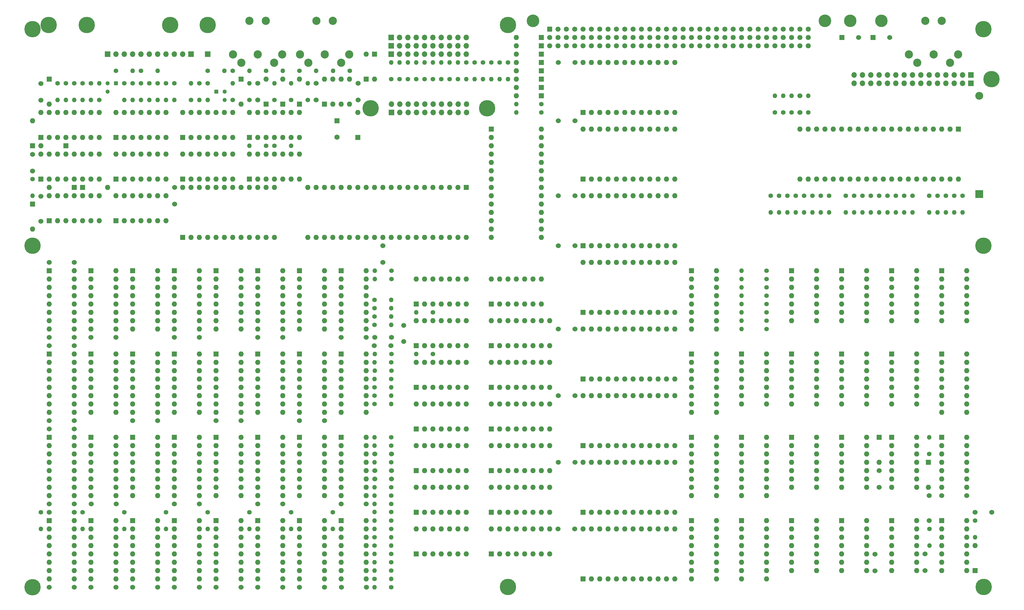
<source format=gbr>
%TF.GenerationSoftware,KiCad,Pcbnew,7.0.6-0*%
%TF.CreationDate,2023-12-21T23:12:14+02:00*%
%TF.ProjectId,main,6d61696e-2e6b-4696-9361-645f70636258,rev?*%
%TF.SameCoordinates,Original*%
%TF.FileFunction,Soldermask,Bot*%
%TF.FilePolarity,Negative*%
%FSLAX46Y46*%
G04 Gerber Fmt 4.6, Leading zero omitted, Abs format (unit mm)*
G04 Created by KiCad (PCBNEW 7.0.6-0) date 2023-12-21 23:12:14*
%MOMM*%
%LPD*%
G01*
G04 APERTURE LIST*
G04 Aperture macros list*
%AMRoundRect*
0 Rectangle with rounded corners*
0 $1 Rounding radius*
0 $2 $3 $4 $5 $6 $7 $8 $9 X,Y pos of 4 corners*
0 Add a 4 corners polygon primitive as box body*
4,1,4,$2,$3,$4,$5,$6,$7,$8,$9,$2,$3,0*
0 Add four circle primitives for the rounded corners*
1,1,$1+$1,$2,$3*
1,1,$1+$1,$4,$5*
1,1,$1+$1,$6,$7*
1,1,$1+$1,$8,$9*
0 Add four rect primitives between the rounded corners*
20,1,$1+$1,$2,$3,$4,$5,0*
20,1,$1+$1,$4,$5,$6,$7,0*
20,1,$1+$1,$6,$7,$8,$9,0*
20,1,$1+$1,$8,$9,$2,$3,0*%
G04 Aperture macros list end*
%ADD10C,1.400000*%
%ADD11O,1.400000X1.400000*%
%ADD12R,1.600000X1.600000*%
%ADD13O,1.600000X1.600000*%
%ADD14C,1.524000*%
%ADD15C,1.600000*%
%ADD16R,1.300000X1.300000*%
%ADD17C,1.300000*%
%ADD18C,2.500000*%
%ADD19R,1.700000X1.700000*%
%ADD20O,1.700000X1.700000*%
%ADD21R,2.400000X2.400000*%
%ADD22O,2.400000X2.400000*%
%ADD23C,5.000000*%
%ADD24C,1.500000*%
%ADD25C,3.850000*%
%ADD26RoundRect,0.249999X-0.525001X-0.525001X0.525001X-0.525001X0.525001X0.525001X-0.525001X0.525001X0*%
%ADD27C,1.550000*%
%ADD28R,1.524000X1.524000*%
%ADD29C,3.800000*%
G04 APERTURE END LIST*
D10*
%TO.C,R12*%
X109778800Y-202565000D03*
D11*
X109778800Y-207645000D03*
%TD*%
D10*
%TO.C,R69*%
X274878800Y-80645000D03*
D11*
X274878800Y-75565000D03*
%TD*%
D10*
%TO.C,R14*%
X84378800Y-202565000D03*
D11*
X84378800Y-207645000D03*
%TD*%
D10*
%TO.C,R17*%
X46278800Y-202565000D03*
D11*
X46278800Y-207645000D03*
%TD*%
D10*
%TO.C,R16*%
X58978800Y-202565000D03*
D11*
X58978800Y-207645000D03*
%TD*%
D10*
%TO.C,R15*%
X71678800Y-202565000D03*
D11*
X71678800Y-207645000D03*
%TD*%
D10*
%TO.C,R11*%
X122478800Y-202565000D03*
D11*
X122478800Y-207645000D03*
%TD*%
D10*
%TO.C,R68*%
X272338800Y-80645000D03*
D11*
X272338800Y-75565000D03*
%TD*%
D10*
%TO.C,R13*%
X97078800Y-202565000D03*
D11*
X97078800Y-207645000D03*
%TD*%
D10*
%TO.C,R67*%
X269798800Y-80645000D03*
D11*
X269798800Y-75565000D03*
%TD*%
D12*
%TO.C,D2*%
X316534800Y-187325000D03*
D13*
X316534800Y-194945000D03*
%TD*%
D14*
%TO.C,C41*%
X277418800Y-80645000D03*
X277418800Y-75565000D03*
%TD*%
D12*
%TO.C,D1*%
X330758800Y-220345000D03*
D13*
X330758800Y-212725000D03*
%TD*%
D12*
%TO.C,D3*%
X301548800Y-179705000D03*
D13*
X301548800Y-187325000D03*
%TD*%
D14*
%TO.C,C16*%
X203838800Y-187325000D03*
X208918800Y-187325000D03*
%TD*%
%TO.C,C22*%
X203838800Y-167005000D03*
X208918800Y-167005000D03*
%TD*%
%TO.C,C31*%
X203838800Y-146685000D03*
X208918800Y-146685000D03*
%TD*%
%TO.C,C38*%
X203838800Y-106045000D03*
X208918800Y-106045000D03*
%TD*%
%TO.C,C40*%
X203838800Y-83185000D03*
X208918800Y-83185000D03*
%TD*%
D12*
%TO.C,D4*%
X48818800Y-70485000D03*
D13*
X48818800Y-78105000D03*
%TD*%
D12*
%TO.C,DBR1*%
X53898800Y-90805000D03*
D13*
X46278800Y-90805000D03*
%TD*%
D12*
%TO.C,DBR5*%
X56438800Y-103505000D03*
D13*
X48818800Y-103505000D03*
%TD*%
D12*
%TO.C,DBR4*%
X43738800Y-108585000D03*
D13*
X43738800Y-116205000D03*
%TD*%
D14*
%TO.C,C23*%
X48818800Y-151765000D03*
X56438800Y-151765000D03*
%TD*%
%TO.C,C7*%
X48818800Y-202577700D03*
X56438800Y-202577700D03*
%TD*%
%TO.C,C32*%
X48818800Y-126365000D03*
X56438800Y-126365000D03*
%TD*%
%TO.C,C12*%
X112318800Y-200025000D03*
X119938800Y-200025000D03*
%TD*%
%TO.C,C13*%
X137718800Y-200025000D03*
X145338800Y-200025000D03*
%TD*%
%TO.C,C25*%
X48818800Y-149225000D03*
X56438800Y-149225000D03*
%TD*%
%TO.C,C21*%
X125018800Y-174625000D03*
X132638800Y-174625000D03*
%TD*%
%TO.C,C20*%
X99618800Y-174625000D03*
X107238800Y-174625000D03*
%TD*%
%TO.C,C26*%
X69138800Y-149225000D03*
X61518800Y-149225000D03*
%TD*%
%TO.C,C11*%
X86918800Y-200025000D03*
X94538800Y-200025000D03*
%TD*%
%TO.C,C29*%
X145338800Y-149225000D03*
X137718800Y-149225000D03*
%TD*%
%TO.C,C28*%
X119938800Y-149225000D03*
X112318800Y-149225000D03*
%TD*%
%TO.C,C27*%
X94538800Y-149225000D03*
X86918800Y-149225000D03*
%TD*%
%TO.C,C19*%
X74218800Y-174625000D03*
X81838800Y-174625000D03*
%TD*%
%TO.C,C10*%
X61588000Y-200025000D03*
X69208000Y-200025000D03*
%TD*%
%TO.C,C9*%
X56438800Y-200025000D03*
X48818800Y-200025000D03*
%TD*%
%TO.C,C2*%
X74218800Y-225425000D03*
X81838800Y-225425000D03*
%TD*%
%TO.C,C1*%
X48818800Y-225425000D03*
X56438800Y-225425000D03*
%TD*%
D12*
%TO.C,U86*%
X69138800Y-88265000D03*
D13*
X71678800Y-88265000D03*
X74218800Y-88265000D03*
X76758800Y-88265000D03*
X79298800Y-88265000D03*
X81838800Y-88265000D03*
X84378800Y-88265000D03*
X84378800Y-80645000D03*
X81838800Y-80645000D03*
X79298800Y-80645000D03*
X76758800Y-80645000D03*
X74218800Y-80645000D03*
X71678800Y-80645000D03*
X69138800Y-80645000D03*
%TD*%
D12*
%TO.C,U78*%
X69138800Y-113665000D03*
D13*
X71678800Y-113665000D03*
X74218800Y-113665000D03*
X76758800Y-113665000D03*
X79298800Y-113665000D03*
X81838800Y-113665000D03*
X84378800Y-113665000D03*
X84378800Y-106045000D03*
X81838800Y-106045000D03*
X79298800Y-106045000D03*
X76758800Y-106045000D03*
X74218800Y-106045000D03*
X71678800Y-106045000D03*
X69138800Y-106045000D03*
%TD*%
D12*
%TO.C,U77*%
X48818800Y-113665000D03*
D13*
X51358800Y-113665000D03*
X53898800Y-113665000D03*
X56438800Y-113665000D03*
X58978800Y-113665000D03*
X61518800Y-113665000D03*
X64058800Y-113665000D03*
X64058800Y-106045000D03*
X61518800Y-106045000D03*
X58978800Y-106045000D03*
X56438800Y-106045000D03*
X53898800Y-106045000D03*
X51358800Y-106045000D03*
X48818800Y-106045000D03*
%TD*%
D12*
%TO.C,U80*%
X46278800Y-100965000D03*
D13*
X48818800Y-100965000D03*
X51358800Y-100965000D03*
X53898800Y-100965000D03*
X56438800Y-100965000D03*
X58978800Y-100965000D03*
X61518800Y-100965000D03*
X64058800Y-100965000D03*
X64058800Y-93345000D03*
X61518800Y-93345000D03*
X58978800Y-93345000D03*
X56438800Y-93345000D03*
X53898800Y-93345000D03*
X51358800Y-93345000D03*
X48818800Y-93345000D03*
X46278800Y-93345000D03*
%TD*%
D12*
%TO.C,U83*%
X109778800Y-100965000D03*
D13*
X112318800Y-100965000D03*
X114858800Y-100965000D03*
X117398800Y-100965000D03*
X119938800Y-100965000D03*
X122478800Y-100965000D03*
X125018800Y-100965000D03*
X125018800Y-93345000D03*
X122478800Y-93345000D03*
X119938800Y-93345000D03*
X117398800Y-93345000D03*
X114858800Y-93345000D03*
X112318800Y-93345000D03*
X109778800Y-93345000D03*
%TD*%
D12*
%TO.C,U81*%
X69138800Y-100965000D03*
D13*
X71678800Y-100965000D03*
X74218800Y-100965000D03*
X76758800Y-100965000D03*
X79298800Y-100965000D03*
X81838800Y-100965000D03*
X84378800Y-100965000D03*
X84378800Y-93345000D03*
X81838800Y-93345000D03*
X79298800Y-93345000D03*
X76758800Y-93345000D03*
X74218800Y-93345000D03*
X71678800Y-93345000D03*
X69138800Y-93345000D03*
%TD*%
D12*
%TO.C,U88*%
X109778800Y-88265000D03*
D13*
X112318800Y-88265000D03*
X114858800Y-88265000D03*
X117398800Y-88265000D03*
X119938800Y-88265000D03*
X122478800Y-88265000D03*
X125018800Y-88265000D03*
X125018800Y-80645000D03*
X122478800Y-80645000D03*
X119938800Y-80645000D03*
X117398800Y-80645000D03*
X114858800Y-80645000D03*
X112318800Y-80645000D03*
X109778800Y-80645000D03*
%TD*%
D12*
%TO.C,U37*%
X320598800Y-179705000D03*
D13*
X320598800Y-182245000D03*
X320598800Y-184785000D03*
X320598800Y-187325000D03*
X320598800Y-189865000D03*
X320598800Y-192405000D03*
X320598800Y-194945000D03*
X328218800Y-194945000D03*
X328218800Y-192405000D03*
X328218800Y-189865000D03*
X328218800Y-187325000D03*
X328218800Y-184785000D03*
X328218800Y-182245000D03*
X328218800Y-179705000D03*
%TD*%
D12*
%TO.C,U52*%
X259638800Y-154305000D03*
D13*
X259638800Y-156845000D03*
X259638800Y-159385000D03*
X259638800Y-161925000D03*
X259638800Y-164465000D03*
X259638800Y-167005000D03*
X259638800Y-169545000D03*
X267258800Y-169545000D03*
X267258800Y-167005000D03*
X267258800Y-164465000D03*
X267258800Y-161925000D03*
X267258800Y-159385000D03*
X267258800Y-156845000D03*
X267258800Y-154305000D03*
%TD*%
D12*
%TO.C,U36*%
X305358800Y-179705000D03*
D13*
X305358800Y-182245000D03*
X305358800Y-184785000D03*
X305358800Y-187325000D03*
X305358800Y-189865000D03*
X305358800Y-192405000D03*
X305358800Y-194945000D03*
X312978800Y-194945000D03*
X312978800Y-192405000D03*
X312978800Y-189865000D03*
X312978800Y-187325000D03*
X312978800Y-184785000D03*
X312978800Y-182245000D03*
X312978800Y-179705000D03*
%TD*%
D12*
%TO.C,U17*%
X320598800Y-205105000D03*
D13*
X320598800Y-207645000D03*
X320598800Y-210185000D03*
X320598800Y-212725000D03*
X320598800Y-215265000D03*
X320598800Y-217805000D03*
X320598800Y-220345000D03*
X328218800Y-220345000D03*
X328218800Y-217805000D03*
X328218800Y-215265000D03*
X328218800Y-212725000D03*
X328218800Y-210185000D03*
X328218800Y-207645000D03*
X328218800Y-205105000D03*
%TD*%
D12*
%TO.C,U16*%
X305358800Y-205105000D03*
D13*
X305358800Y-207645000D03*
X305358800Y-210185000D03*
X305358800Y-212725000D03*
X305358800Y-215265000D03*
X305358800Y-217805000D03*
X305358800Y-220345000D03*
X312978800Y-220345000D03*
X312978800Y-217805000D03*
X312978800Y-215265000D03*
X312978800Y-212725000D03*
X312978800Y-210185000D03*
X312978800Y-207645000D03*
X312978800Y-205105000D03*
%TD*%
D12*
%TO.C,U14*%
X274878800Y-205105000D03*
D13*
X274878800Y-207645000D03*
X274878800Y-210185000D03*
X274878800Y-212725000D03*
X274878800Y-215265000D03*
X274878800Y-217805000D03*
X274878800Y-220345000D03*
X282498800Y-220345000D03*
X282498800Y-217805000D03*
X282498800Y-215265000D03*
X282498800Y-212725000D03*
X282498800Y-210185000D03*
X282498800Y-207645000D03*
X282498800Y-205105000D03*
%TD*%
D12*
%TO.C,U76*%
X89458800Y-118745000D03*
D13*
X91998800Y-118745000D03*
X94538800Y-118745000D03*
X97078800Y-118745000D03*
X99618800Y-118745000D03*
X102158800Y-118745000D03*
X104698800Y-118745000D03*
X107238800Y-118745000D03*
X109778800Y-118745000D03*
X112318800Y-118745000D03*
X114858800Y-118745000D03*
X117398800Y-118745000D03*
X117398800Y-103505000D03*
X114858800Y-103505000D03*
X112318800Y-103505000D03*
X109778800Y-103505000D03*
X107238800Y-103505000D03*
X104698800Y-103505000D03*
X102158800Y-103505000D03*
X99618800Y-103505000D03*
X97078800Y-103505000D03*
X94538800Y-103505000D03*
X91998800Y-103505000D03*
X89458800Y-103505000D03*
%TD*%
D12*
%TO.C,U90*%
X325678800Y-85725000D03*
D13*
X323138800Y-85725000D03*
X320598800Y-85725000D03*
X318058800Y-85725000D03*
X315518800Y-85725000D03*
X312978800Y-85725000D03*
X310438800Y-85725000D03*
X307898800Y-85725000D03*
X305358800Y-85725000D03*
X302818800Y-85725000D03*
X300278800Y-85725000D03*
X297738800Y-85725000D03*
X295198800Y-85725000D03*
X292658800Y-85725000D03*
X290118800Y-85725000D03*
X287578800Y-85725000D03*
X285038800Y-85725000D03*
X282498800Y-85725000D03*
X279958800Y-85725000D03*
X277418800Y-85725000D03*
X277418800Y-100965000D03*
X279958800Y-100965000D03*
X282498800Y-100965000D03*
X285038800Y-100965000D03*
X287578800Y-100965000D03*
X290118800Y-100965000D03*
X292658800Y-100965000D03*
X295198800Y-100965000D03*
X297738800Y-100965000D03*
X300278800Y-100965000D03*
X302818800Y-100965000D03*
X305358800Y-100965000D03*
X307898800Y-100965000D03*
X310438800Y-100965000D03*
X312978800Y-100965000D03*
X315518800Y-100965000D03*
X318058800Y-100965000D03*
X320598800Y-100965000D03*
X323138800Y-100965000D03*
X325678800Y-100965000D03*
%TD*%
D12*
%TO.C,U75*%
X211378800Y-121285000D03*
D13*
X213918800Y-121285000D03*
X216458800Y-121285000D03*
X218998800Y-121285000D03*
X221538800Y-121285000D03*
X224078800Y-121285000D03*
X226618800Y-121285000D03*
X229158800Y-121285000D03*
X231698800Y-121285000D03*
X234238800Y-121285000D03*
X236778800Y-121285000D03*
X239318800Y-121285000D03*
X239318800Y-106045000D03*
X236778800Y-106045000D03*
X234238800Y-106045000D03*
X231698800Y-106045000D03*
X229158800Y-106045000D03*
X226618800Y-106045000D03*
X224078800Y-106045000D03*
X221538800Y-106045000D03*
X218998800Y-106045000D03*
X216458800Y-106045000D03*
X213918800Y-106045000D03*
X211378800Y-106045000D03*
%TD*%
D12*
%TO.C,U74*%
X320598800Y-128905000D03*
D13*
X320598800Y-131445000D03*
X320598800Y-133985000D03*
X320598800Y-136525000D03*
X320598800Y-139065000D03*
X320598800Y-141605000D03*
X320598800Y-144145000D03*
X328218800Y-144145000D03*
X328218800Y-141605000D03*
X328218800Y-139065000D03*
X328218800Y-136525000D03*
X328218800Y-133985000D03*
X328218800Y-131445000D03*
X328218800Y-128905000D03*
%TD*%
D12*
%TO.C,U73*%
X305358800Y-128905000D03*
D13*
X305358800Y-131445000D03*
X305358800Y-133985000D03*
X305358800Y-136525000D03*
X305358800Y-139065000D03*
X305358800Y-141605000D03*
X305358800Y-144145000D03*
X312978800Y-144145000D03*
X312978800Y-141605000D03*
X312978800Y-139065000D03*
X312978800Y-136525000D03*
X312978800Y-133985000D03*
X312978800Y-131445000D03*
X312978800Y-128905000D03*
%TD*%
D12*
%TO.C,U72*%
X290118800Y-128905000D03*
D13*
X290118800Y-131445000D03*
X290118800Y-133985000D03*
X290118800Y-136525000D03*
X290118800Y-139065000D03*
X290118800Y-141605000D03*
X290118800Y-144145000D03*
X297738800Y-144145000D03*
X297738800Y-141605000D03*
X297738800Y-139065000D03*
X297738800Y-136525000D03*
X297738800Y-133985000D03*
X297738800Y-131445000D03*
X297738800Y-128905000D03*
%TD*%
D12*
%TO.C,U68*%
X125018800Y-128905000D03*
D13*
X125018800Y-131445000D03*
X125018800Y-133985000D03*
X125018800Y-136525000D03*
X125018800Y-139065000D03*
X125018800Y-141605000D03*
X125018800Y-144145000D03*
X125018800Y-146685000D03*
X132638800Y-146685000D03*
X132638800Y-144145000D03*
X132638800Y-141605000D03*
X132638800Y-139065000D03*
X132638800Y-136525000D03*
X132638800Y-133985000D03*
X132638800Y-131445000D03*
X132638800Y-128905000D03*
%TD*%
D12*
%TO.C,U71*%
X274878800Y-128905000D03*
D13*
X274878800Y-131445000D03*
X274878800Y-133985000D03*
X274878800Y-136525000D03*
X274878800Y-139065000D03*
X274878800Y-141605000D03*
X274878800Y-144145000D03*
X282498800Y-144145000D03*
X282498800Y-141605000D03*
X282498800Y-139065000D03*
X282498800Y-136525000D03*
X282498800Y-133985000D03*
X282498800Y-131445000D03*
X282498800Y-128905000D03*
%TD*%
D12*
%TO.C,U70*%
X244398800Y-128905000D03*
D13*
X244398800Y-131445000D03*
X244398800Y-133985000D03*
X244398800Y-136525000D03*
X244398800Y-139065000D03*
X244398800Y-141605000D03*
X244398800Y-144145000D03*
X244398800Y-146685000D03*
X252018800Y-146685000D03*
X252018800Y-144145000D03*
X252018800Y-141605000D03*
X252018800Y-139065000D03*
X252018800Y-136525000D03*
X252018800Y-133985000D03*
X252018800Y-131445000D03*
X252018800Y-128905000D03*
%TD*%
D12*
%TO.C,U69*%
X137718800Y-128905000D03*
D13*
X137718800Y-131445000D03*
X137718800Y-133985000D03*
X137718800Y-136525000D03*
X137718800Y-139065000D03*
X137718800Y-141605000D03*
X137718800Y-144145000D03*
X137718800Y-146685000D03*
X145338800Y-146685000D03*
X145338800Y-144145000D03*
X145338800Y-141605000D03*
X145338800Y-139065000D03*
X145338800Y-136525000D03*
X145338800Y-133985000D03*
X145338800Y-131445000D03*
X145338800Y-128905000D03*
%TD*%
D12*
%TO.C,U67*%
X112318800Y-128905000D03*
D13*
X112318800Y-131445000D03*
X112318800Y-133985000D03*
X112318800Y-136525000D03*
X112318800Y-139065000D03*
X112318800Y-141605000D03*
X112318800Y-144145000D03*
X112318800Y-146685000D03*
X119938800Y-146685000D03*
X119938800Y-144145000D03*
X119938800Y-141605000D03*
X119938800Y-139065000D03*
X119938800Y-136525000D03*
X119938800Y-133985000D03*
X119938800Y-131445000D03*
X119938800Y-128905000D03*
%TD*%
D12*
%TO.C,U66*%
X99618800Y-128905000D03*
D13*
X99618800Y-131445000D03*
X99618800Y-133985000D03*
X99618800Y-136525000D03*
X99618800Y-139065000D03*
X99618800Y-141605000D03*
X99618800Y-144145000D03*
X99618800Y-146685000D03*
X107238800Y-146685000D03*
X107238800Y-144145000D03*
X107238800Y-141605000D03*
X107238800Y-139065000D03*
X107238800Y-136525000D03*
X107238800Y-133985000D03*
X107238800Y-131445000D03*
X107238800Y-128905000D03*
%TD*%
D12*
%TO.C,U64*%
X74218800Y-128905000D03*
D13*
X74218800Y-131445000D03*
X74218800Y-133985000D03*
X74218800Y-136525000D03*
X74218800Y-139065000D03*
X74218800Y-141605000D03*
X74218800Y-144145000D03*
X74218800Y-146685000D03*
X81838800Y-146685000D03*
X81838800Y-144145000D03*
X81838800Y-141605000D03*
X81838800Y-139065000D03*
X81838800Y-136525000D03*
X81838800Y-133985000D03*
X81838800Y-131445000D03*
X81838800Y-128905000D03*
%TD*%
D12*
%TO.C,U63*%
X61518800Y-128905000D03*
D13*
X61518800Y-131445000D03*
X61518800Y-133985000D03*
X61518800Y-136525000D03*
X61518800Y-139065000D03*
X61518800Y-141605000D03*
X61518800Y-144145000D03*
X61518800Y-146685000D03*
X69138800Y-146685000D03*
X69138800Y-144145000D03*
X69138800Y-141605000D03*
X69138800Y-139065000D03*
X69138800Y-136525000D03*
X69138800Y-133985000D03*
X69138800Y-131445000D03*
X69138800Y-128905000D03*
%TD*%
D12*
%TO.C,U46*%
X86918800Y-154305000D03*
D13*
X86918800Y-156845000D03*
X86918800Y-159385000D03*
X86918800Y-161925000D03*
X86918800Y-164465000D03*
X86918800Y-167005000D03*
X86918800Y-169545000D03*
X86918800Y-172085000D03*
X94538800Y-172085000D03*
X94538800Y-169545000D03*
X94538800Y-167005000D03*
X94538800Y-164465000D03*
X94538800Y-161925000D03*
X94538800Y-159385000D03*
X94538800Y-156845000D03*
X94538800Y-154305000D03*
%TD*%
D12*
%TO.C,U62*%
X48818800Y-128905000D03*
D13*
X48818800Y-131445000D03*
X48818800Y-133985000D03*
X48818800Y-136525000D03*
X48818800Y-139065000D03*
X48818800Y-141605000D03*
X48818800Y-144145000D03*
X48818800Y-146685000D03*
X56438800Y-146685000D03*
X56438800Y-144145000D03*
X56438800Y-141605000D03*
X56438800Y-139065000D03*
X56438800Y-136525000D03*
X56438800Y-133985000D03*
X56438800Y-131445000D03*
X56438800Y-128905000D03*
%TD*%
D12*
%TO.C,U60*%
X160578800Y-139065000D03*
D13*
X163118800Y-139065000D03*
X165658800Y-139065000D03*
X168198800Y-139065000D03*
X170738800Y-139065000D03*
X173278800Y-139065000D03*
X175818800Y-139065000D03*
X175818800Y-131445000D03*
X173278800Y-131445000D03*
X170738800Y-131445000D03*
X168198800Y-131445000D03*
X165658800Y-131445000D03*
X163118800Y-131445000D03*
X160578800Y-131445000D03*
%TD*%
D12*
%TO.C,U59*%
X211378800Y-141605000D03*
D13*
X213918800Y-141605000D03*
X216458800Y-141605000D03*
X218998800Y-141605000D03*
X221538800Y-141605000D03*
X224078800Y-141605000D03*
X226618800Y-141605000D03*
X229158800Y-141605000D03*
X231698800Y-141605000D03*
X234238800Y-141605000D03*
X236778800Y-141605000D03*
X239318800Y-141605000D03*
X239318800Y-126365000D03*
X236778800Y-126365000D03*
X234238800Y-126365000D03*
X231698800Y-126365000D03*
X229158800Y-126365000D03*
X226618800Y-126365000D03*
X224078800Y-126365000D03*
X221538800Y-126365000D03*
X218998800Y-126365000D03*
X216458800Y-126365000D03*
X213918800Y-126365000D03*
X211378800Y-126365000D03*
%TD*%
D12*
%TO.C,U57*%
X160578800Y-151765000D03*
D13*
X163118800Y-151765000D03*
X165658800Y-151765000D03*
X168198800Y-151765000D03*
X170738800Y-151765000D03*
X173278800Y-151765000D03*
X175818800Y-151765000D03*
X175818800Y-144145000D03*
X173278800Y-144145000D03*
X170738800Y-144145000D03*
X168198800Y-144145000D03*
X165658800Y-144145000D03*
X163118800Y-144145000D03*
X160578800Y-144145000D03*
%TD*%
D12*
%TO.C,U50*%
X137718800Y-154305000D03*
D13*
X137718800Y-156845000D03*
X137718800Y-159385000D03*
X137718800Y-161925000D03*
X137718800Y-164465000D03*
X137718800Y-167005000D03*
X137718800Y-169545000D03*
X137718800Y-172085000D03*
X145338800Y-172085000D03*
X145338800Y-169545000D03*
X145338800Y-167005000D03*
X145338800Y-164465000D03*
X145338800Y-161925000D03*
X145338800Y-159385000D03*
X145338800Y-156845000D03*
X145338800Y-154305000D03*
%TD*%
D12*
%TO.C,U48*%
X112318800Y-154305000D03*
D13*
X112318800Y-156845000D03*
X112318800Y-159385000D03*
X112318800Y-161925000D03*
X112318800Y-164465000D03*
X112318800Y-167005000D03*
X112318800Y-169545000D03*
X112318800Y-172085000D03*
X119938800Y-172085000D03*
X119938800Y-169545000D03*
X119938800Y-167005000D03*
X119938800Y-164465000D03*
X119938800Y-161925000D03*
X119938800Y-159385000D03*
X119938800Y-156845000D03*
X119938800Y-154305000D03*
%TD*%
D12*
%TO.C,U51*%
X244398800Y-154305000D03*
D13*
X244398800Y-156845000D03*
X244398800Y-159385000D03*
X244398800Y-161925000D03*
X244398800Y-164465000D03*
X244398800Y-167005000D03*
X244398800Y-169545000D03*
X244398800Y-172085000D03*
X252018800Y-172085000D03*
X252018800Y-169545000D03*
X252018800Y-167005000D03*
X252018800Y-164465000D03*
X252018800Y-161925000D03*
X252018800Y-159385000D03*
X252018800Y-156845000D03*
X252018800Y-154305000D03*
%TD*%
D12*
%TO.C,U45*%
X74218800Y-154305000D03*
D13*
X74218800Y-156845000D03*
X74218800Y-159385000D03*
X74218800Y-161925000D03*
X74218800Y-164465000D03*
X74218800Y-167005000D03*
X74218800Y-169545000D03*
X74218800Y-172085000D03*
X81838800Y-172085000D03*
X81838800Y-169545000D03*
X81838800Y-167005000D03*
X81838800Y-164465000D03*
X81838800Y-161925000D03*
X81838800Y-159385000D03*
X81838800Y-156845000D03*
X81838800Y-154305000D03*
%TD*%
D12*
%TO.C,U54*%
X290118800Y-154305000D03*
D13*
X290118800Y-156845000D03*
X290118800Y-159385000D03*
X290118800Y-161925000D03*
X290118800Y-164465000D03*
X290118800Y-167005000D03*
X290118800Y-169545000D03*
X297738800Y-169545000D03*
X297738800Y-167005000D03*
X297738800Y-164465000D03*
X297738800Y-161925000D03*
X297738800Y-159385000D03*
X297738800Y-156845000D03*
X297738800Y-154305000D03*
%TD*%
D12*
%TO.C,U53*%
X274878800Y-154305000D03*
D13*
X274878800Y-156845000D03*
X274878800Y-159385000D03*
X274878800Y-161925000D03*
X274878800Y-164465000D03*
X274878800Y-167005000D03*
X274878800Y-169545000D03*
X282498800Y-169545000D03*
X282498800Y-167005000D03*
X282498800Y-164465000D03*
X282498800Y-161925000D03*
X282498800Y-159385000D03*
X282498800Y-156845000D03*
X282498800Y-154305000D03*
%TD*%
D12*
%TO.C,U49*%
X125018800Y-154305000D03*
D13*
X125018800Y-156845000D03*
X125018800Y-159385000D03*
X125018800Y-161925000D03*
X125018800Y-164465000D03*
X125018800Y-167005000D03*
X125018800Y-169545000D03*
X125018800Y-172085000D03*
X132638800Y-172085000D03*
X132638800Y-169545000D03*
X132638800Y-167005000D03*
X132638800Y-164465000D03*
X132638800Y-161925000D03*
X132638800Y-159385000D03*
X132638800Y-156845000D03*
X132638800Y-154305000D03*
%TD*%
D12*
%TO.C,U47*%
X99618800Y-154305000D03*
D13*
X99618800Y-156845000D03*
X99618800Y-159385000D03*
X99618800Y-161925000D03*
X99618800Y-164465000D03*
X99618800Y-167005000D03*
X99618800Y-169545000D03*
X99618800Y-172085000D03*
X107238800Y-172085000D03*
X107238800Y-169545000D03*
X107238800Y-167005000D03*
X107238800Y-164465000D03*
X107238800Y-161925000D03*
X107238800Y-159385000D03*
X107238800Y-156845000D03*
X107238800Y-154305000D03*
%TD*%
D12*
%TO.C,U42*%
X211378800Y-161925000D03*
D13*
X213918800Y-161925000D03*
X216458800Y-161925000D03*
X218998800Y-161925000D03*
X221538800Y-161925000D03*
X224078800Y-161925000D03*
X226618800Y-161925000D03*
X229158800Y-161925000D03*
X231698800Y-161925000D03*
X234238800Y-161925000D03*
X236778800Y-161925000D03*
X239318800Y-161925000D03*
X239318800Y-146685000D03*
X236778800Y-146685000D03*
X234238800Y-146685000D03*
X231698800Y-146685000D03*
X229158800Y-146685000D03*
X226618800Y-146685000D03*
X224078800Y-146685000D03*
X221538800Y-146685000D03*
X218998800Y-146685000D03*
X216458800Y-146685000D03*
X213918800Y-146685000D03*
X211378800Y-146685000D03*
%TD*%
D12*
%TO.C,U41*%
X183438800Y-164465000D03*
D13*
X185978800Y-164465000D03*
X188518800Y-164465000D03*
X191058800Y-164465000D03*
X193598800Y-164465000D03*
X196138800Y-164465000D03*
X198678800Y-164465000D03*
X201218800Y-164465000D03*
X201218800Y-156845000D03*
X198678800Y-156845000D03*
X196138800Y-156845000D03*
X193598800Y-156845000D03*
X191058800Y-156845000D03*
X188518800Y-156845000D03*
X185978800Y-156845000D03*
X183438800Y-156845000D03*
%TD*%
D12*
%TO.C,U38*%
X160578800Y-177165000D03*
D13*
X163118800Y-177165000D03*
X165658800Y-177165000D03*
X168198800Y-177165000D03*
X170738800Y-177165000D03*
X173278800Y-177165000D03*
X175818800Y-177165000D03*
X175818800Y-169545000D03*
X173278800Y-169545000D03*
X170738800Y-169545000D03*
X168198800Y-169545000D03*
X165658800Y-169545000D03*
X163118800Y-169545000D03*
X160578800Y-169545000D03*
%TD*%
D12*
%TO.C,U33*%
X259638800Y-179705000D03*
D13*
X259638800Y-182245000D03*
X259638800Y-184785000D03*
X259638800Y-187325000D03*
X259638800Y-189865000D03*
X259638800Y-192405000D03*
X259638800Y-194945000D03*
X259638800Y-197485000D03*
X267258800Y-197485000D03*
X267258800Y-194945000D03*
X267258800Y-192405000D03*
X267258800Y-189865000D03*
X267258800Y-187325000D03*
X267258800Y-184785000D03*
X267258800Y-182245000D03*
X267258800Y-179705000D03*
%TD*%
D12*
%TO.C,U32*%
X244398800Y-179705000D03*
D13*
X244398800Y-182245000D03*
X244398800Y-184785000D03*
X244398800Y-187325000D03*
X244398800Y-189865000D03*
X244398800Y-192405000D03*
X244398800Y-194945000D03*
X244398800Y-197485000D03*
X252018800Y-197485000D03*
X252018800Y-194945000D03*
X252018800Y-192405000D03*
X252018800Y-189865000D03*
X252018800Y-187325000D03*
X252018800Y-184785000D03*
X252018800Y-182245000D03*
X252018800Y-179705000D03*
%TD*%
D12*
%TO.C,U8*%
X99618800Y-205105000D03*
D13*
X99618800Y-207645000D03*
X99618800Y-210185000D03*
X99618800Y-212725000D03*
X99618800Y-215265000D03*
X99618800Y-217805000D03*
X99618800Y-220345000D03*
X99618800Y-222885000D03*
X107238800Y-222885000D03*
X107238800Y-220345000D03*
X107238800Y-217805000D03*
X107238800Y-215265000D03*
X107238800Y-212725000D03*
X107238800Y-210185000D03*
X107238800Y-207645000D03*
X107238800Y-205105000D03*
%TD*%
D12*
%TO.C,U19*%
X160578800Y-202565000D03*
D13*
X163118800Y-202565000D03*
X165658800Y-202565000D03*
X168198800Y-202565000D03*
X170738800Y-202565000D03*
X173278800Y-202565000D03*
X175818800Y-202565000D03*
X175818800Y-194945000D03*
X173278800Y-194945000D03*
X170738800Y-194945000D03*
X168198800Y-194945000D03*
X165658800Y-194945000D03*
X163118800Y-194945000D03*
X160578800Y-194945000D03*
%TD*%
D12*
%TO.C,U12*%
X244398800Y-205105000D03*
D13*
X244398800Y-207645000D03*
X244398800Y-210185000D03*
X244398800Y-212725000D03*
X244398800Y-215265000D03*
X244398800Y-217805000D03*
X244398800Y-220345000D03*
X244398800Y-222885000D03*
X252018800Y-222885000D03*
X252018800Y-220345000D03*
X252018800Y-217805000D03*
X252018800Y-215265000D03*
X252018800Y-212725000D03*
X252018800Y-210185000D03*
X252018800Y-207645000D03*
X252018800Y-205105000D03*
%TD*%
D12*
%TO.C,U31*%
X137718800Y-179705000D03*
D13*
X137718800Y-182245000D03*
X137718800Y-184785000D03*
X137718800Y-187325000D03*
X137718800Y-189865000D03*
X137718800Y-192405000D03*
X137718800Y-194945000D03*
X137718800Y-197485000D03*
X145338800Y-197485000D03*
X145338800Y-194945000D03*
X145338800Y-192405000D03*
X145338800Y-189865000D03*
X145338800Y-187325000D03*
X145338800Y-184785000D03*
X145338800Y-182245000D03*
X145338800Y-179705000D03*
%TD*%
D12*
%TO.C,U25*%
X61518800Y-179705000D03*
D13*
X61518800Y-182245000D03*
X61518800Y-184785000D03*
X61518800Y-187325000D03*
X61518800Y-189865000D03*
X61518800Y-192405000D03*
X61518800Y-194945000D03*
X61518800Y-197485000D03*
X69138800Y-197485000D03*
X69138800Y-194945000D03*
X69138800Y-192405000D03*
X69138800Y-189865000D03*
X69138800Y-187325000D03*
X69138800Y-184785000D03*
X69138800Y-182245000D03*
X69138800Y-179705000D03*
%TD*%
D12*
%TO.C,U10*%
X125018800Y-205105000D03*
D13*
X125018800Y-207645000D03*
X125018800Y-210185000D03*
X125018800Y-212725000D03*
X125018800Y-215265000D03*
X125018800Y-217805000D03*
X125018800Y-220345000D03*
X125018800Y-222885000D03*
X132638800Y-222885000D03*
X132638800Y-220345000D03*
X132638800Y-217805000D03*
X132638800Y-215265000D03*
X132638800Y-212725000D03*
X132638800Y-210185000D03*
X132638800Y-207645000D03*
X132638800Y-205105000D03*
%TD*%
D12*
%TO.C,U3*%
X183438800Y-215265000D03*
D13*
X185978800Y-215265000D03*
X188518800Y-215265000D03*
X191058800Y-215265000D03*
X193598800Y-215265000D03*
X196138800Y-215265000D03*
X198678800Y-215265000D03*
X201218800Y-215265000D03*
X201218800Y-207645000D03*
X198678800Y-207645000D03*
X196138800Y-207645000D03*
X193598800Y-207645000D03*
X191058800Y-207645000D03*
X188518800Y-207645000D03*
X185978800Y-207645000D03*
X183438800Y-207645000D03*
%TD*%
D12*
%TO.C,U20*%
X183438800Y-202565000D03*
D13*
X185978800Y-202565000D03*
X188518800Y-202565000D03*
X191058800Y-202565000D03*
X193598800Y-202565000D03*
X196138800Y-202565000D03*
X198678800Y-202565000D03*
X201218800Y-202565000D03*
X201218800Y-194945000D03*
X198678800Y-194945000D03*
X196138800Y-194945000D03*
X193598800Y-194945000D03*
X191058800Y-194945000D03*
X188518800Y-194945000D03*
X185978800Y-194945000D03*
X183438800Y-194945000D03*
%TD*%
D12*
%TO.C,U6*%
X74218800Y-205105000D03*
D13*
X74218800Y-207645000D03*
X74218800Y-210185000D03*
X74218800Y-212725000D03*
X74218800Y-215265000D03*
X74218800Y-217805000D03*
X74218800Y-220345000D03*
X74218800Y-222885000D03*
X81838800Y-222885000D03*
X81838800Y-220345000D03*
X81838800Y-217805000D03*
X81838800Y-215265000D03*
X81838800Y-212725000D03*
X81838800Y-210185000D03*
X81838800Y-207645000D03*
X81838800Y-205105000D03*
%TD*%
D12*
%TO.C,U65*%
X86918800Y-128905000D03*
D13*
X86918800Y-131445000D03*
X86918800Y-133985000D03*
X86918800Y-136525000D03*
X86918800Y-139065000D03*
X86918800Y-141605000D03*
X86918800Y-144145000D03*
X86918800Y-146685000D03*
X94538800Y-146685000D03*
X94538800Y-144145000D03*
X94538800Y-141605000D03*
X94538800Y-139065000D03*
X94538800Y-136525000D03*
X94538800Y-133985000D03*
X94538800Y-131445000D03*
X94538800Y-128905000D03*
%TD*%
D12*
%TO.C,U18*%
X211378800Y-202565000D03*
D13*
X213918800Y-202565000D03*
X216458800Y-202565000D03*
X218998800Y-202565000D03*
X221538800Y-202565000D03*
X224078800Y-202565000D03*
X226618800Y-202565000D03*
X229158800Y-202565000D03*
X231698800Y-202565000D03*
X234238800Y-202565000D03*
X236778800Y-202565000D03*
X239318800Y-202565000D03*
X239318800Y-187325000D03*
X236778800Y-187325000D03*
X234238800Y-187325000D03*
X231698800Y-187325000D03*
X229158800Y-187325000D03*
X226618800Y-187325000D03*
X224078800Y-187325000D03*
X221538800Y-187325000D03*
X218998800Y-187325000D03*
X216458800Y-187325000D03*
X213918800Y-187325000D03*
X211378800Y-187325000D03*
%TD*%
D12*
%TO.C,U29*%
X112318800Y-179705000D03*
D13*
X112318800Y-182245000D03*
X112318800Y-184785000D03*
X112318800Y-187325000D03*
X112318800Y-189865000D03*
X112318800Y-192405000D03*
X112318800Y-194945000D03*
X112318800Y-197485000D03*
X119938800Y-197485000D03*
X119938800Y-194945000D03*
X119938800Y-192405000D03*
X119938800Y-189865000D03*
X119938800Y-187325000D03*
X119938800Y-184785000D03*
X119938800Y-182245000D03*
X119938800Y-179705000D03*
%TD*%
D12*
%TO.C,U23*%
X211378800Y-182245000D03*
D13*
X213918800Y-182245000D03*
X216458800Y-182245000D03*
X218998800Y-182245000D03*
X221538800Y-182245000D03*
X224078800Y-182245000D03*
X226618800Y-182245000D03*
X229158800Y-182245000D03*
X231698800Y-182245000D03*
X234238800Y-182245000D03*
X236778800Y-182245000D03*
X239318800Y-182245000D03*
X239318800Y-167005000D03*
X236778800Y-167005000D03*
X234238800Y-167005000D03*
X231698800Y-167005000D03*
X229158800Y-167005000D03*
X226618800Y-167005000D03*
X224078800Y-167005000D03*
X221538800Y-167005000D03*
X218998800Y-167005000D03*
X216458800Y-167005000D03*
X213918800Y-167005000D03*
X211378800Y-167005000D03*
%TD*%
D12*
%TO.C,U9*%
X112318800Y-205105000D03*
D13*
X112318800Y-207645000D03*
X112318800Y-210185000D03*
X112318800Y-212725000D03*
X112318800Y-215265000D03*
X112318800Y-217805000D03*
X112318800Y-220345000D03*
X112318800Y-222885000D03*
X119938800Y-222885000D03*
X119938800Y-220345000D03*
X119938800Y-217805000D03*
X119938800Y-215265000D03*
X119938800Y-212725000D03*
X119938800Y-210185000D03*
X119938800Y-207645000D03*
X119938800Y-205105000D03*
%TD*%
D12*
%TO.C,U39*%
X183438800Y-177165000D03*
D13*
X185978800Y-177165000D03*
X188518800Y-177165000D03*
X191058800Y-177165000D03*
X193598800Y-177165000D03*
X196138800Y-177165000D03*
X198678800Y-177165000D03*
X201218800Y-177165000D03*
X201218800Y-169545000D03*
X198678800Y-169545000D03*
X196138800Y-169545000D03*
X193598800Y-169545000D03*
X191058800Y-169545000D03*
X188518800Y-169545000D03*
X185978800Y-169545000D03*
X183438800Y-169545000D03*
%TD*%
D12*
%TO.C,U26*%
X74218800Y-179705000D03*
D13*
X74218800Y-182245000D03*
X74218800Y-184785000D03*
X74218800Y-187325000D03*
X74218800Y-189865000D03*
X74218800Y-192405000D03*
X74218800Y-194945000D03*
X74218800Y-197485000D03*
X81838800Y-197485000D03*
X81838800Y-194945000D03*
X81838800Y-192405000D03*
X81838800Y-189865000D03*
X81838800Y-187325000D03*
X81838800Y-184785000D03*
X81838800Y-182245000D03*
X81838800Y-179705000D03*
%TD*%
D12*
%TO.C,U43*%
X48818800Y-154305000D03*
D13*
X48818800Y-156845000D03*
X48818800Y-159385000D03*
X48818800Y-161925000D03*
X48818800Y-164465000D03*
X48818800Y-167005000D03*
X48818800Y-169545000D03*
X48818800Y-172085000D03*
X56438800Y-172085000D03*
X56438800Y-169545000D03*
X56438800Y-167005000D03*
X56438800Y-164465000D03*
X56438800Y-161925000D03*
X56438800Y-159385000D03*
X56438800Y-156845000D03*
X56438800Y-154305000D03*
%TD*%
D12*
%TO.C,U15*%
X290118800Y-205105000D03*
D13*
X290118800Y-207645000D03*
X290118800Y-210185000D03*
X290118800Y-212725000D03*
X290118800Y-215265000D03*
X290118800Y-217805000D03*
X290118800Y-220345000D03*
X297738800Y-220345000D03*
X297738800Y-217805000D03*
X297738800Y-215265000D03*
X297738800Y-212725000D03*
X297738800Y-210185000D03*
X297738800Y-207645000D03*
X297738800Y-205105000D03*
%TD*%
D12*
%TO.C,U2*%
X160578800Y-215265000D03*
D13*
X163118800Y-215265000D03*
X165658800Y-215265000D03*
X168198800Y-215265000D03*
X170738800Y-215265000D03*
X173278800Y-215265000D03*
X175818800Y-215265000D03*
X175818800Y-207645000D03*
X173278800Y-207645000D03*
X170738800Y-207645000D03*
X168198800Y-207645000D03*
X165658800Y-207645000D03*
X163118800Y-207645000D03*
X160578800Y-207645000D03*
%TD*%
D12*
%TO.C,U24*%
X48818800Y-179705000D03*
D13*
X48818800Y-182245000D03*
X48818800Y-184785000D03*
X48818800Y-187325000D03*
X48818800Y-189865000D03*
X48818800Y-192405000D03*
X48818800Y-194945000D03*
X48818800Y-197485000D03*
X56438800Y-197485000D03*
X56438800Y-194945000D03*
X56438800Y-192405000D03*
X56438800Y-189865000D03*
X56438800Y-187325000D03*
X56438800Y-184785000D03*
X56438800Y-182245000D03*
X56438800Y-179705000D03*
%TD*%
D12*
%TO.C,U22*%
X183438800Y-189865000D03*
D13*
X185978800Y-189865000D03*
X188518800Y-189865000D03*
X191058800Y-189865000D03*
X193598800Y-189865000D03*
X196138800Y-189865000D03*
X198678800Y-189865000D03*
X201218800Y-189865000D03*
X201218800Y-182245000D03*
X198678800Y-182245000D03*
X196138800Y-182245000D03*
X193598800Y-182245000D03*
X191058800Y-182245000D03*
X188518800Y-182245000D03*
X185978800Y-182245000D03*
X183438800Y-182245000D03*
%TD*%
D12*
%TO.C,U44*%
X61518800Y-154305000D03*
D13*
X61518800Y-156845000D03*
X61518800Y-159385000D03*
X61518800Y-161925000D03*
X61518800Y-164465000D03*
X61518800Y-167005000D03*
X61518800Y-169545000D03*
X61518800Y-172085000D03*
X69138800Y-172085000D03*
X69138800Y-169545000D03*
X69138800Y-167005000D03*
X69138800Y-164465000D03*
X69138800Y-161925000D03*
X69138800Y-159385000D03*
X69138800Y-156845000D03*
X69138800Y-154305000D03*
%TD*%
D12*
%TO.C,U28*%
X99618800Y-179705000D03*
D13*
X99618800Y-182245000D03*
X99618800Y-184785000D03*
X99618800Y-187325000D03*
X99618800Y-189865000D03*
X99618800Y-192405000D03*
X99618800Y-194945000D03*
X99618800Y-197485000D03*
X107238800Y-197485000D03*
X107238800Y-194945000D03*
X107238800Y-192405000D03*
X107238800Y-189865000D03*
X107238800Y-187325000D03*
X107238800Y-184785000D03*
X107238800Y-182245000D03*
X107238800Y-179705000D03*
%TD*%
D12*
%TO.C,U30*%
X125018800Y-179705000D03*
D13*
X125018800Y-182245000D03*
X125018800Y-184785000D03*
X125018800Y-187325000D03*
X125018800Y-189865000D03*
X125018800Y-192405000D03*
X125018800Y-194945000D03*
X125018800Y-197485000D03*
X132638800Y-197485000D03*
X132638800Y-194945000D03*
X132638800Y-192405000D03*
X132638800Y-189865000D03*
X132638800Y-187325000D03*
X132638800Y-184785000D03*
X132638800Y-182245000D03*
X132638800Y-179705000D03*
%TD*%
D12*
%TO.C,U7*%
X86918800Y-205105000D03*
D13*
X86918800Y-207645000D03*
X86918800Y-210185000D03*
X86918800Y-212725000D03*
X86918800Y-215265000D03*
X86918800Y-217805000D03*
X86918800Y-220345000D03*
X86918800Y-222885000D03*
X94538800Y-222885000D03*
X94538800Y-220345000D03*
X94538800Y-217805000D03*
X94538800Y-215265000D03*
X94538800Y-212725000D03*
X94538800Y-210185000D03*
X94538800Y-207645000D03*
X94538800Y-205105000D03*
%TD*%
D12*
%TO.C,U21*%
X160578800Y-189865000D03*
D13*
X163118800Y-189865000D03*
X165658800Y-189865000D03*
X168198800Y-189865000D03*
X170738800Y-189865000D03*
X173278800Y-189865000D03*
X175818800Y-189865000D03*
X175818800Y-182245000D03*
X173278800Y-182245000D03*
X170738800Y-182245000D03*
X168198800Y-182245000D03*
X165658800Y-182245000D03*
X163118800Y-182245000D03*
X160578800Y-182245000D03*
%TD*%
D12*
%TO.C,U13*%
X259638800Y-205105000D03*
D13*
X259638800Y-207645000D03*
X259638800Y-210185000D03*
X259638800Y-212725000D03*
X259638800Y-215265000D03*
X259638800Y-217805000D03*
X259638800Y-220345000D03*
X259638800Y-222885000D03*
X267258800Y-222885000D03*
X267258800Y-220345000D03*
X267258800Y-217805000D03*
X267258800Y-215265000D03*
X267258800Y-212725000D03*
X267258800Y-210185000D03*
X267258800Y-207645000D03*
X267258800Y-205105000D03*
%TD*%
D12*
%TO.C,U27*%
X86918800Y-179705000D03*
D13*
X86918800Y-182245000D03*
X86918800Y-184785000D03*
X86918800Y-187325000D03*
X86918800Y-189865000D03*
X86918800Y-192405000D03*
X86918800Y-194945000D03*
X86918800Y-197485000D03*
X94538800Y-197485000D03*
X94538800Y-194945000D03*
X94538800Y-192405000D03*
X94538800Y-189865000D03*
X94538800Y-187325000D03*
X94538800Y-184785000D03*
X94538800Y-182245000D03*
X94538800Y-179705000D03*
%TD*%
D12*
%TO.C,U4*%
X48818800Y-205105000D03*
D13*
X48818800Y-207645000D03*
X48818800Y-210185000D03*
X48818800Y-212725000D03*
X48818800Y-215265000D03*
X48818800Y-217805000D03*
X48818800Y-220345000D03*
X48818800Y-222885000D03*
X56438800Y-222885000D03*
X56438800Y-220345000D03*
X56438800Y-217805000D03*
X56438800Y-215265000D03*
X56438800Y-212725000D03*
X56438800Y-210185000D03*
X56438800Y-207645000D03*
X56438800Y-205105000D03*
%TD*%
D12*
%TO.C,U11*%
X137718800Y-205105000D03*
D13*
X137718800Y-207645000D03*
X137718800Y-210185000D03*
X137718800Y-212725000D03*
X137718800Y-215265000D03*
X137718800Y-217805000D03*
X137718800Y-220345000D03*
X137718800Y-222885000D03*
X145338800Y-222885000D03*
X145338800Y-220345000D03*
X145338800Y-217805000D03*
X145338800Y-215265000D03*
X145338800Y-212725000D03*
X145338800Y-210185000D03*
X145338800Y-207645000D03*
X145338800Y-205105000D03*
%TD*%
D12*
%TO.C,U5*%
X61518800Y-205105000D03*
D13*
X61518800Y-207645000D03*
X61518800Y-210185000D03*
X61518800Y-212725000D03*
X61518800Y-215265000D03*
X61518800Y-217805000D03*
X61518800Y-220345000D03*
X61518800Y-222885000D03*
X69138800Y-222885000D03*
X69138800Y-220345000D03*
X69138800Y-217805000D03*
X69138800Y-215265000D03*
X69138800Y-212725000D03*
X69138800Y-210185000D03*
X69138800Y-207645000D03*
X69138800Y-205105000D03*
%TD*%
D12*
%TO.C,U40*%
X160578800Y-164465000D03*
D13*
X163118800Y-164465000D03*
X165658800Y-164465000D03*
X168198800Y-164465000D03*
X170738800Y-164465000D03*
X173278800Y-164465000D03*
X175818800Y-164465000D03*
X175818800Y-156845000D03*
X173278800Y-156845000D03*
X170738800Y-156845000D03*
X168198800Y-156845000D03*
X165658800Y-156845000D03*
X163118800Y-156845000D03*
X160578800Y-156845000D03*
%TD*%
D10*
%TO.C,R54*%
X293928800Y-106045000D03*
D11*
X293928800Y-111125000D03*
%TD*%
D10*
%TO.C,R50*%
X281228800Y-106045000D03*
D11*
X281228800Y-111125000D03*
%TD*%
D10*
%TO.C,R66*%
X326948800Y-106045000D03*
D11*
X326948800Y-111125000D03*
%TD*%
D10*
%TO.C,R63*%
X319328800Y-106045000D03*
D11*
X319328800Y-111125000D03*
%TD*%
D10*
%TO.C,R55*%
X296468800Y-106045000D03*
D11*
X296468800Y-111125000D03*
%TD*%
D10*
%TO.C,R65*%
X324408800Y-106045000D03*
D11*
X324408800Y-111125000D03*
%TD*%
D10*
%TO.C,R62*%
X316788800Y-106045000D03*
D11*
X316788800Y-111125000D03*
%TD*%
D10*
%TO.C,R58*%
X304088800Y-106045000D03*
D11*
X304088800Y-111125000D03*
%TD*%
D10*
%TO.C,R51*%
X283768800Y-106045000D03*
D11*
X283768800Y-111125000D03*
%TD*%
D10*
%TO.C,R64*%
X321868800Y-106045000D03*
D11*
X321868800Y-111125000D03*
%TD*%
D10*
%TO.C,R61*%
X311708800Y-106045000D03*
D11*
X311708800Y-111125000D03*
%TD*%
D10*
%TO.C,R60*%
X309168800Y-106045000D03*
D11*
X309168800Y-111125000D03*
%TD*%
D10*
%TO.C,R56*%
X299008800Y-106045000D03*
D11*
X299008800Y-111125000D03*
%TD*%
D10*
%TO.C,R49*%
X278688800Y-106045000D03*
D11*
X278688800Y-111125000D03*
%TD*%
D10*
%TO.C,R48*%
X276148800Y-106045000D03*
D11*
X276148800Y-111125000D03*
%TD*%
D10*
%TO.C,R46*%
X271068800Y-106018490D03*
D11*
X271068800Y-111098490D03*
%TD*%
D10*
%TO.C,R57*%
X301548800Y-106045000D03*
D11*
X301548800Y-111125000D03*
%TD*%
D10*
%TO.C,R45*%
X268528800Y-106045000D03*
D11*
X268528800Y-111125000D03*
%TD*%
D10*
%TO.C,R47*%
X273608800Y-106045000D03*
D11*
X273608800Y-111125000D03*
%TD*%
D10*
%TO.C,R53*%
X291388800Y-106045000D03*
D11*
X291388800Y-111125000D03*
%TD*%
D10*
%TO.C,R52*%
X286308800Y-106045000D03*
D11*
X286308800Y-111125000D03*
%TD*%
D10*
%TO.C,R59*%
X306628800Y-106045000D03*
D11*
X306628800Y-111125000D03*
%TD*%
D10*
%TO.C,JP1*%
X198691500Y-80657700D03*
D11*
X191071500Y-80657700D03*
%TD*%
D10*
%TO.C,JP6*%
X267271500Y-136525000D03*
D11*
X259651500Y-136525000D03*
%TD*%
D10*
%TO.C,JP3*%
X267258800Y-128905000D03*
D11*
X259638800Y-128905000D03*
%TD*%
D10*
%TO.C,JP4*%
X267271500Y-131445000D03*
D11*
X259651500Y-131445000D03*
%TD*%
D10*
%TO.C,JP10*%
X267271500Y-146634200D03*
D11*
X259651500Y-146634200D03*
%TD*%
D10*
%TO.C,JP5*%
X267258800Y-133985000D03*
D11*
X259638800Y-133985000D03*
%TD*%
D10*
%TO.C,JP8*%
X267271500Y-141554200D03*
D11*
X259651500Y-141554200D03*
%TD*%
D10*
%TO.C,JP7*%
X267271500Y-139077700D03*
D11*
X259651500Y-139077700D03*
%TD*%
D10*
%TO.C,JP2*%
X198691500Y-78117700D03*
D11*
X191071500Y-78117700D03*
%TD*%
D12*
%TO.C,U1*%
X211378800Y-222885000D03*
D13*
X213918800Y-222885000D03*
X216458800Y-222885000D03*
X218998800Y-222885000D03*
X221538800Y-222885000D03*
X224078800Y-222885000D03*
X226618800Y-222885000D03*
X229158800Y-222885000D03*
X231698800Y-222885000D03*
X234238800Y-222885000D03*
X236778800Y-222885000D03*
X239318800Y-222885000D03*
X239318800Y-207645000D03*
X236778800Y-207645000D03*
X234238800Y-207645000D03*
X231698800Y-207645000D03*
X229158800Y-207645000D03*
X226618800Y-207645000D03*
X224078800Y-207645000D03*
X221538800Y-207645000D03*
X218998800Y-207645000D03*
X216458800Y-207645000D03*
X213918800Y-207645000D03*
X211378800Y-207645000D03*
%TD*%
D12*
%TO.C,U85*%
X46278800Y-88265000D03*
D13*
X48818800Y-88265000D03*
X51358800Y-88265000D03*
X53898800Y-88265000D03*
X56438800Y-88265000D03*
X58978800Y-88265000D03*
X61518800Y-88265000D03*
X64058800Y-88265000D03*
X64058800Y-80645000D03*
X61518800Y-80645000D03*
X58978800Y-80645000D03*
X56438800Y-80645000D03*
X53898800Y-80645000D03*
X51358800Y-80645000D03*
X48818800Y-80645000D03*
X46278800Y-80645000D03*
%TD*%
D12*
%TO.C,U89*%
X183438800Y-85725000D03*
D13*
X183438800Y-88265000D03*
X183438800Y-90805000D03*
X183438800Y-93345000D03*
X183438800Y-95885000D03*
X183438800Y-98425000D03*
X183438800Y-100965000D03*
X183438800Y-103505000D03*
X183438800Y-106045000D03*
X183438800Y-108585000D03*
X183438800Y-111125000D03*
X183438800Y-113665000D03*
X183438800Y-116205000D03*
X183438800Y-118745000D03*
X198678800Y-118745000D03*
X198678800Y-116205000D03*
X198678800Y-113665000D03*
X198678800Y-111125000D03*
X198678800Y-108585000D03*
X198678800Y-106045000D03*
X198678800Y-103505000D03*
X198678800Y-100965000D03*
X198678800Y-98425000D03*
X198678800Y-95885000D03*
X198678800Y-93345000D03*
X198678800Y-90805000D03*
X198678800Y-88265000D03*
X198678800Y-85725000D03*
%TD*%
D12*
%TO.C,U84*%
X211378800Y-100965000D03*
D13*
X213918800Y-100965000D03*
X216458800Y-100965000D03*
X218998800Y-100965000D03*
X221538800Y-100965000D03*
X224078800Y-100965000D03*
X226618800Y-100965000D03*
X229158800Y-100965000D03*
X231698800Y-100965000D03*
X234238800Y-100965000D03*
X236778800Y-100965000D03*
X239318800Y-100965000D03*
X239318800Y-85725000D03*
X236778800Y-85725000D03*
X234238800Y-85725000D03*
X231698800Y-85725000D03*
X229158800Y-85725000D03*
X226618800Y-85725000D03*
X224078800Y-85725000D03*
X221538800Y-85725000D03*
X218998800Y-85725000D03*
X216458800Y-85725000D03*
X213918800Y-85725000D03*
X211378800Y-85725000D03*
%TD*%
D12*
%TO.C,U91*%
X211378800Y-80645000D03*
D13*
X213918800Y-80645000D03*
X216458800Y-80645000D03*
X218998800Y-80645000D03*
X221538800Y-80645000D03*
X224078800Y-80645000D03*
X226618800Y-80645000D03*
X229158800Y-80645000D03*
X231698800Y-80645000D03*
X234238800Y-80645000D03*
X236778800Y-80645000D03*
X239318800Y-80645000D03*
X239318800Y-65405000D03*
X236778800Y-65405000D03*
X234238800Y-65405000D03*
X231698800Y-65405000D03*
X229158800Y-65405000D03*
X226618800Y-65405000D03*
X224078800Y-65405000D03*
X221538800Y-65405000D03*
X218998800Y-65405000D03*
X216458800Y-65405000D03*
X213918800Y-65405000D03*
X211378800Y-65405000D03*
%TD*%
D12*
%TO.C,U55*%
X305358800Y-154305000D03*
D13*
X305358800Y-156845000D03*
X305358800Y-159385000D03*
X305358800Y-161925000D03*
X305358800Y-164465000D03*
X305358800Y-167005000D03*
X305358800Y-169545000D03*
X312978800Y-169545000D03*
X312978800Y-167005000D03*
X312978800Y-164465000D03*
X312978800Y-161925000D03*
X312978800Y-159385000D03*
X312978800Y-156845000D03*
X312978800Y-154305000D03*
%TD*%
D12*
%TO.C,U34*%
X274878800Y-179705000D03*
D13*
X274878800Y-182245000D03*
X274878800Y-184785000D03*
X274878800Y-187325000D03*
X274878800Y-189865000D03*
X274878800Y-192405000D03*
X274878800Y-194945000D03*
X282498800Y-194945000D03*
X282498800Y-192405000D03*
X282498800Y-189865000D03*
X282498800Y-187325000D03*
X282498800Y-184785000D03*
X282498800Y-182245000D03*
X282498800Y-179705000D03*
%TD*%
D12*
%TO.C,U56*%
X320598800Y-154305000D03*
D13*
X320598800Y-156845000D03*
X320598800Y-159385000D03*
X320598800Y-161925000D03*
X320598800Y-164465000D03*
X320598800Y-167005000D03*
X320598800Y-169545000D03*
X320598800Y-172085000D03*
X328218800Y-172085000D03*
X328218800Y-169545000D03*
X328218800Y-167005000D03*
X328218800Y-164465000D03*
X328218800Y-161925000D03*
X328218800Y-159385000D03*
X328218800Y-156845000D03*
X328218800Y-154305000D03*
%TD*%
D12*
%TO.C,U58*%
X183438800Y-151765000D03*
D13*
X185978800Y-151765000D03*
X188518800Y-151765000D03*
X191058800Y-151765000D03*
X193598800Y-151765000D03*
X196138800Y-151765000D03*
X198678800Y-151765000D03*
X201218800Y-151765000D03*
X201218800Y-144145000D03*
X198678800Y-144145000D03*
X196138800Y-144145000D03*
X193598800Y-144145000D03*
X191058800Y-144145000D03*
X188518800Y-144145000D03*
X185978800Y-144145000D03*
X183438800Y-144145000D03*
%TD*%
D12*
%TO.C,U61*%
X183438800Y-139065000D03*
D13*
X185978800Y-139065000D03*
X188518800Y-139065000D03*
X191058800Y-139065000D03*
X193598800Y-139065000D03*
X196138800Y-139065000D03*
X198678800Y-139065000D03*
X198678800Y-131445000D03*
X196138800Y-131445000D03*
X193598800Y-131445000D03*
X191058800Y-131445000D03*
X188518800Y-131445000D03*
X185978800Y-131445000D03*
X183438800Y-131445000D03*
%TD*%
D10*
%TO.C,R72*%
X53898800Y-71755000D03*
D11*
X53898800Y-76835000D03*
%TD*%
D10*
%TO.C,R74*%
X58978800Y-71755000D03*
D11*
X58978800Y-76835000D03*
%TD*%
D10*
%TO.C,R75*%
X61518800Y-71755000D03*
D11*
X61518800Y-76835000D03*
%TD*%
D10*
%TO.C,R76*%
X64058800Y-76835000D03*
D11*
X64058800Y-71755000D03*
%TD*%
D10*
%TO.C,R77*%
X71678800Y-71755000D03*
D11*
X71678800Y-76835000D03*
%TD*%
D10*
%TO.C,R78*%
X74218800Y-71755000D03*
D11*
X74218800Y-76835000D03*
%TD*%
D10*
%TO.C,R79*%
X76758800Y-71755000D03*
D11*
X76758800Y-76835000D03*
%TD*%
D10*
%TO.C,R80*%
X79298800Y-71755000D03*
D11*
X79298800Y-76835000D03*
%TD*%
D10*
%TO.C,R81*%
X81838800Y-71755000D03*
D11*
X81838800Y-76835000D03*
%TD*%
D10*
%TO.C,R82*%
X84378800Y-71755000D03*
D11*
X84378800Y-76835000D03*
%TD*%
D10*
%TO.C,R83*%
X86918800Y-71755000D03*
D11*
X86918800Y-76835000D03*
%TD*%
D10*
%TO.C,R92*%
X69138800Y-67945000D03*
D11*
X74218800Y-67945000D03*
%TD*%
D10*
%TO.C,R93*%
X76758800Y-67945000D03*
D11*
X81838800Y-67945000D03*
%TD*%
D10*
%TO.C,R43*%
X114858800Y-90805000D03*
D11*
X109778800Y-90805000D03*
%TD*%
D10*
%TO.C,R22*%
X152958800Y-197485000D03*
D11*
X147878800Y-197485000D03*
%TD*%
D10*
%TO.C,R71*%
X51358800Y-71755000D03*
D11*
X51358800Y-76835000D03*
%TD*%
D14*
%TO.C,C5*%
X203758800Y-207645000D03*
X208838800Y-207645000D03*
%TD*%
D10*
%TO.C,R73*%
X56438800Y-71755000D03*
D11*
X56438800Y-76835000D03*
%TD*%
D14*
%TO.C,C48*%
X203838800Y-65405000D03*
X208918800Y-65405000D03*
%TD*%
%TO.C,C3*%
X99618800Y-225425000D03*
X107238800Y-225425000D03*
%TD*%
%TO.C,C4*%
X125018800Y-225425000D03*
X132638800Y-225425000D03*
%TD*%
D10*
%TO.C,R2*%
X147878800Y-222885000D03*
D11*
X152958800Y-222885000D03*
%TD*%
D10*
%TO.C,R3*%
X152958800Y-220345000D03*
D11*
X147878800Y-220345000D03*
%TD*%
D10*
%TO.C,R4*%
X152958800Y-217805000D03*
D11*
X147878800Y-217805000D03*
%TD*%
D10*
%TO.C,R5*%
X152958800Y-215265000D03*
D11*
X147878800Y-215265000D03*
%TD*%
D10*
%TO.C,R70*%
X279958800Y-80645000D03*
D11*
X279958800Y-75565000D03*
%TD*%
D12*
%TO.C,U82*%
X89458800Y-100965000D03*
D13*
X91998800Y-100965000D03*
X94538800Y-100965000D03*
X97078800Y-100965000D03*
X99618800Y-100965000D03*
X102158800Y-100965000D03*
X104698800Y-100965000D03*
X104698800Y-93345000D03*
X102158800Y-93345000D03*
X99618800Y-93345000D03*
X97078800Y-93345000D03*
X94538800Y-93345000D03*
X91998800Y-93345000D03*
X89458800Y-93345000D03*
%TD*%
D12*
%TO.C,DBR2*%
X43738800Y-90805000D03*
D13*
X43738800Y-83185000D03*
%TD*%
D10*
%TO.C,R1*%
X152958800Y-225425000D03*
D11*
X147878800Y-225425000D03*
%TD*%
D10*
%TO.C,R7*%
X147878800Y-212725000D03*
D11*
X152958800Y-212725000D03*
%TD*%
D10*
%TO.C,R8*%
X147878800Y-210185000D03*
D11*
X152958800Y-210185000D03*
%TD*%
D10*
%TO.C,R18*%
X152958800Y-207645000D03*
D11*
X147878800Y-207645000D03*
%TD*%
D10*
%TO.C,R19*%
X152958800Y-205105000D03*
D11*
X147878800Y-205105000D03*
%TD*%
D10*
%TO.C,R20*%
X152958800Y-202501500D03*
D11*
X147878800Y-202501500D03*
%TD*%
D10*
%TO.C,R23*%
X152958800Y-194945000D03*
D11*
X147878800Y-194945000D03*
%TD*%
D10*
%TO.C,R21*%
X152958800Y-200025000D03*
D11*
X147878800Y-200025000D03*
%TD*%
D10*
%TO.C,R10*%
X135178800Y-202565000D03*
D11*
X135178800Y-207645000D03*
%TD*%
D10*
%TO.C,R44*%
X117398800Y-90805000D03*
D11*
X122478800Y-90805000D03*
%TD*%
D12*
%TO.C,C42*%
X136448800Y-83185000D03*
D15*
X136448800Y-88185000D03*
%TD*%
D10*
%TO.C,RN1*%
X43738800Y-100965000D03*
D11*
X43738800Y-106045000D03*
%TD*%
D14*
%TO.C,C14*%
X328218800Y-197485000D03*
X320598800Y-197485000D03*
%TD*%
D10*
%TO.C,R24*%
X152971500Y-187337700D03*
D11*
X147891500Y-187337700D03*
%TD*%
D10*
%TO.C,R25*%
X152958800Y-182245000D03*
D11*
X147878800Y-182245000D03*
%TD*%
D10*
%TO.C,R31*%
X152958800Y-161950400D03*
D11*
X147878800Y-161950400D03*
%TD*%
D10*
%TO.C,R32*%
X152984200Y-159385000D03*
D11*
X147904200Y-159385000D03*
%TD*%
D10*
%TO.C,R33*%
X152958800Y-156819600D03*
D11*
X147878800Y-156819600D03*
%TD*%
D10*
%TO.C,R34*%
X152984200Y-154279600D03*
D11*
X147904200Y-154279600D03*
%TD*%
D10*
%TO.C,R35*%
X165658800Y-154305000D03*
D11*
X160578800Y-154305000D03*
%TD*%
D10*
%TO.C,R38*%
X165658800Y-141605000D03*
D11*
X160578800Y-141605000D03*
%TD*%
D10*
%TO.C,R41*%
X153009600Y-131419600D03*
D11*
X147929600Y-131419600D03*
%TD*%
D10*
%TO.C,R42*%
X152984200Y-128905000D03*
D11*
X147904200Y-128905000D03*
%TD*%
D10*
%TO.C,R88*%
X109778800Y-76835000D03*
D11*
X109778800Y-71755000D03*
%TD*%
D10*
%TO.C,R84*%
X91998800Y-76835000D03*
D11*
X91998800Y-71755000D03*
%TD*%
D10*
%TO.C,R85*%
X94538800Y-71755000D03*
D11*
X94538800Y-76835000D03*
%TD*%
D10*
%TO.C,R86*%
X97078800Y-71755000D03*
D11*
X97078800Y-76835000D03*
%TD*%
D10*
%TO.C,R87*%
X104698800Y-76835000D03*
D11*
X104698800Y-71755000D03*
%TD*%
D12*
%TO.C,U87*%
X89458800Y-88265000D03*
D13*
X91998800Y-88265000D03*
X94538800Y-88265000D03*
X97078800Y-88265000D03*
X99618800Y-88265000D03*
X102158800Y-88265000D03*
X104698800Y-88265000D03*
X104698800Y-80645000D03*
X102158800Y-80645000D03*
X99618800Y-80645000D03*
X97078800Y-80645000D03*
X94538800Y-80645000D03*
X91998800Y-80645000D03*
X89458800Y-80645000D03*
%TD*%
D16*
%TO.C,Q2*%
X69138800Y-71755000D03*
D17*
X66598800Y-71755000D03*
X66598800Y-74295000D03*
%TD*%
D12*
%TO.C,D6*%
X114858800Y-78105000D03*
D13*
X114858800Y-70485000D03*
%TD*%
D12*
%TO.C,D7*%
X119938800Y-78105000D03*
D13*
X119938800Y-70485000D03*
%TD*%
D12*
%TO.C,D9*%
X145338800Y-70485000D03*
D13*
X145338800Y-62865000D03*
%TD*%
D18*
%TO.C,J3*%
X104778800Y-62955000D03*
X112278800Y-62955000D03*
X119778800Y-62955000D03*
X107278800Y-65455000D03*
X117278800Y-65455000D03*
X114778800Y-52705000D03*
X109778800Y-52705000D03*
%TD*%
D10*
%TO.C,R89*%
X117398800Y-76835000D03*
D11*
X117398800Y-71755000D03*
%TD*%
D10*
%TO.C,R90*%
X122478800Y-76835000D03*
D11*
X122478800Y-71755000D03*
%TD*%
D10*
%TO.C,R91*%
X127558800Y-76835000D03*
D11*
X127558800Y-71755000D03*
%TD*%
D10*
%TO.C,R95*%
X104698800Y-67945000D03*
D11*
X109778800Y-67945000D03*
%TD*%
D10*
%TO.C,R96*%
X114858800Y-67945000D03*
D11*
X119938800Y-67945000D03*
%TD*%
D10*
%TO.C,R97*%
X125018800Y-67945000D03*
D11*
X130098800Y-67945000D03*
%TD*%
D12*
%TO.C,U92*%
X132638800Y-78105000D03*
D13*
X135178800Y-78105000D03*
X137718800Y-78105000D03*
X140258800Y-78105000D03*
X140258800Y-70485000D03*
X137718800Y-70485000D03*
X135178800Y-70485000D03*
X132638800Y-70485000D03*
%TD*%
D12*
%TO.C,D10*%
X147878800Y-62865000D03*
D13*
X147878800Y-70485000D03*
%TD*%
D14*
%TO.C,C6*%
X316788800Y-205105000D03*
X316788800Y-197485000D03*
%TD*%
%TO.C,CAT1*%
X315518800Y-215265000D03*
X315518800Y-220345000D03*
%TD*%
%TO.C,CHB1*%
X300278800Y-215345000D03*
X300278800Y-220425000D03*
%TD*%
%TO.C,C35*%
X203838800Y-121285000D03*
X208918800Y-121285000D03*
%TD*%
D10*
%TO.C,R28*%
X147878800Y-169545000D03*
D11*
X152958800Y-169545000D03*
%TD*%
D10*
%TO.C,R29*%
X147818800Y-167005000D03*
D11*
X152898800Y-167005000D03*
%TD*%
D10*
%TO.C,R30*%
X147878800Y-164465000D03*
D11*
X152958800Y-164465000D03*
%TD*%
D10*
%TO.C,R36*%
X147878800Y-145415000D03*
D11*
X152958800Y-145415000D03*
%TD*%
D10*
%TO.C,R37*%
X147878800Y-142875000D03*
D11*
X152958800Y-142875000D03*
%TD*%
D10*
%TO.C,R39*%
X147878800Y-140335000D03*
D11*
X152958800Y-140335000D03*
%TD*%
D10*
%TO.C,R40*%
X147878800Y-137795000D03*
D11*
X152958800Y-137795000D03*
%TD*%
D19*
%TO.C,J1*%
X66598800Y-62865000D03*
D20*
X69138800Y-62865000D03*
X71678800Y-62865000D03*
X74218800Y-62865000D03*
X76758800Y-62865000D03*
X79298800Y-62865000D03*
X81838800Y-62865000D03*
X84378800Y-62865000D03*
X86918800Y-62865000D03*
X89458800Y-62865000D03*
%TD*%
D14*
%TO.C,C17*%
X48818800Y-177165000D03*
X56438800Y-177165000D03*
%TD*%
%TO.C,C18*%
X56438800Y-174625000D03*
X48818800Y-174625000D03*
%TD*%
D21*
%TO.C,C43*%
X332028800Y-105565000D03*
D22*
X332028800Y-75565000D03*
%TD*%
D23*
%TO.C,H15*%
X60248800Y-53975000D03*
%TD*%
D10*
%TO.C,R9*%
X330758800Y-205105000D03*
D11*
X330758800Y-210185000D03*
%TD*%
D12*
%TO.C,DBR3*%
X58978800Y-103505000D03*
D13*
X66598800Y-103505000D03*
%TD*%
D23*
%TO.C,H5*%
X97078800Y-53975000D03*
%TD*%
D14*
%TO.C,C24*%
X152878800Y-151765000D03*
X147798800Y-151765000D03*
%TD*%
%TO.C,C30*%
X147958800Y-149225000D03*
X153038800Y-149225000D03*
%TD*%
D24*
%TO.C,Y1*%
X156781500Y-145544200D03*
X156781500Y-150444200D03*
%TD*%
D14*
%TO.C,C44*%
X46278800Y-71835000D03*
X46278800Y-76915000D03*
%TD*%
D10*
%TO.C,JP9*%
X267271500Y-144094200D03*
D11*
X259651500Y-144094200D03*
%TD*%
D23*
%TO.C,H16*%
X85648800Y-53975000D03*
%TD*%
%TO.C,H17*%
X48618800Y-53975000D03*
%TD*%
%TO.C,H18*%
X333298800Y-55245000D03*
%TD*%
%TO.C,H21*%
X43738800Y-121285000D03*
%TD*%
%TO.C,H22*%
X333362300Y-225361500D03*
%TD*%
%TO.C,H23*%
X335724500Y-70497700D03*
%TD*%
%TO.C,H24*%
X43738800Y-225425000D03*
%TD*%
%TO.C,H25*%
X333298800Y-121285000D03*
%TD*%
%TO.C,H8*%
X43738800Y-55245000D03*
%TD*%
D10*
%TO.C,R26*%
X152958800Y-179705000D03*
D11*
X147878800Y-179705000D03*
%TD*%
D14*
%TO.C,C15*%
X301548800Y-189865000D03*
X301548800Y-194945000D03*
%TD*%
D10*
%TO.C,R27*%
X316788800Y-184785000D03*
D11*
X316788800Y-179705000D03*
%TD*%
D14*
%TO.C,C39*%
X43738800Y-93425000D03*
X43738800Y-98505000D03*
%TD*%
%TO.C,C36*%
X46278800Y-106165000D03*
X46278800Y-113785000D03*
%TD*%
D19*
%TO.C,J6*%
X152958800Y-62865000D03*
D20*
X155498800Y-62865000D03*
X158038800Y-62865000D03*
X160578800Y-62865000D03*
X163118800Y-62865000D03*
X165658800Y-62865000D03*
X168198800Y-62865000D03*
X170738800Y-62865000D03*
X173278800Y-62865000D03*
X175818800Y-62865000D03*
%TD*%
D14*
%TO.C,CCC1*%
X147958800Y-184785000D03*
X153038800Y-184785000D03*
%TD*%
%TO.C,CCS1*%
X147958800Y-189865000D03*
X153038800Y-189865000D03*
%TD*%
%TO.C,CVR1*%
X147958800Y-192405000D03*
X153038800Y-192405000D03*
%TD*%
D12*
%TO.C,P11*%
X198678800Y-75565000D03*
D13*
X191058800Y-75565000D03*
%TD*%
D12*
%TO.C,P12*%
X198678800Y-73025000D03*
D13*
X191058800Y-73025000D03*
%TD*%
D12*
%TO.C,P13*%
X198678800Y-70485000D03*
D13*
X191058800Y-70485000D03*
%TD*%
D12*
%TO.C,P14*%
X198678800Y-67945000D03*
D13*
X191058800Y-67945000D03*
%TD*%
D12*
%TO.C,P15*%
X198678800Y-65405000D03*
D13*
X191058800Y-65405000D03*
%TD*%
D12*
%TO.C,P16*%
X198678800Y-62865000D03*
D13*
X191058800Y-62865000D03*
%TD*%
D12*
%TO.C,P17*%
X198678800Y-60325000D03*
D13*
X191058800Y-60325000D03*
%TD*%
D12*
%TO.C,P18*%
X198678800Y-57785000D03*
D13*
X191058800Y-57785000D03*
%TD*%
D10*
%TO.C,R106*%
X170738800Y-70485000D03*
D11*
X170738800Y-65405000D03*
%TD*%
D10*
%TO.C,R99*%
X152958800Y-70485000D03*
D11*
X152958800Y-65405000D03*
%TD*%
D10*
%TO.C,R100*%
X155498800Y-70485000D03*
D11*
X155498800Y-65405000D03*
%TD*%
D10*
%TO.C,R101*%
X158038800Y-70485000D03*
D11*
X158038800Y-65405000D03*
%TD*%
D10*
%TO.C,R102*%
X160578800Y-70485000D03*
D11*
X160578800Y-65405000D03*
%TD*%
D10*
%TO.C,R103*%
X163118800Y-70485000D03*
D11*
X163118800Y-65405000D03*
%TD*%
D10*
%TO.C,R104*%
X165658800Y-70485000D03*
D11*
X165658800Y-65405000D03*
%TD*%
D10*
%TO.C,R105*%
X168198800Y-70485000D03*
D11*
X168198800Y-65405000D03*
%TD*%
D10*
%TO.C,R108*%
X175818800Y-65405000D03*
D11*
X175818800Y-70485000D03*
%TD*%
D10*
%TO.C,R109*%
X178358800Y-65405000D03*
D11*
X178358800Y-70485000D03*
%TD*%
D10*
%TO.C,R110*%
X180898800Y-65405000D03*
D11*
X180898800Y-70485000D03*
%TD*%
D10*
%TO.C,R111*%
X183438800Y-65405000D03*
D11*
X183438800Y-70485000D03*
%TD*%
D10*
%TO.C,R112*%
X185978800Y-65405000D03*
D11*
X185978800Y-70485000D03*
%TD*%
D10*
%TO.C,R113*%
X188518800Y-65405000D03*
D11*
X188518800Y-70485000D03*
%TD*%
D12*
%TO.C,U79*%
X175818800Y-103505000D03*
D13*
X173278800Y-103505000D03*
X170738800Y-103505000D03*
X168198800Y-103505000D03*
X165658800Y-103505000D03*
X163118800Y-103505000D03*
X160578800Y-103505000D03*
X158038800Y-103505000D03*
X155498800Y-103505000D03*
X152958800Y-103505000D03*
X150418800Y-103505000D03*
X147878800Y-103505000D03*
X145338800Y-103505000D03*
X142798800Y-103505000D03*
X140258800Y-103505000D03*
X137718800Y-103505000D03*
X135178800Y-103505000D03*
X132638800Y-103505000D03*
X130098800Y-103505000D03*
X127558800Y-103505000D03*
X127558800Y-118745000D03*
X130098800Y-118745000D03*
X132638800Y-118745000D03*
X135178800Y-118745000D03*
X137718800Y-118745000D03*
X140258800Y-118745000D03*
X142798800Y-118745000D03*
X145338800Y-118745000D03*
X147878800Y-118745000D03*
X150418800Y-118745000D03*
X152958800Y-118745000D03*
X155498800Y-118745000D03*
X158038800Y-118745000D03*
X160578800Y-118745000D03*
X163118800Y-118745000D03*
X165658800Y-118745000D03*
X168198800Y-118745000D03*
X170738800Y-118745000D03*
X173278800Y-118745000D03*
X175818800Y-118745000D03*
%TD*%
D10*
%TO.C,R107*%
X173278800Y-70485000D03*
D11*
X173278800Y-65405000D03*
%TD*%
D12*
%TO.C,D5*%
X107238800Y-70485000D03*
D13*
X107238800Y-78105000D03*
%TD*%
D10*
%TO.C,R94*%
X97078800Y-67945000D03*
D11*
X102158800Y-67945000D03*
%TD*%
D12*
%TO.C,U35*%
X290118800Y-179705000D03*
D13*
X290118800Y-182245000D03*
X290118800Y-184785000D03*
X290118800Y-187325000D03*
X290118800Y-189865000D03*
X290118800Y-192405000D03*
X290118800Y-194945000D03*
X297738800Y-194945000D03*
X297738800Y-192405000D03*
X297738800Y-189865000D03*
X297738800Y-187325000D03*
X297738800Y-184785000D03*
X297738800Y-182245000D03*
X297738800Y-179705000D03*
%TD*%
D25*
%TO.C,J2*%
X196138800Y-52705000D03*
X285038800Y-52705000D03*
D26*
X201218800Y-55245000D03*
D27*
X203758800Y-55245000D03*
X206298800Y-55245000D03*
X208838800Y-55245000D03*
X211378800Y-55245000D03*
X213918800Y-55245000D03*
X216458800Y-55245000D03*
X218998800Y-55245000D03*
X221538800Y-55245000D03*
X224078800Y-55245000D03*
X226618800Y-55245000D03*
X229158800Y-55245000D03*
X231698800Y-55245000D03*
X234238800Y-55245000D03*
X236778800Y-55245000D03*
X239318800Y-55245000D03*
X241858800Y-55245000D03*
X244398800Y-55245000D03*
X246938800Y-55245000D03*
X249478800Y-55245000D03*
X252018800Y-55245000D03*
X254558800Y-55245000D03*
X257098800Y-55245000D03*
X259638800Y-55245000D03*
X262178800Y-55245000D03*
X264718800Y-55245000D03*
X267258800Y-55245000D03*
X269798800Y-55245000D03*
X272338800Y-55245000D03*
X274878800Y-55245000D03*
X277418800Y-55245000D03*
X279958800Y-55245000D03*
X201218800Y-57785000D03*
X203758800Y-57785000D03*
X206298800Y-57785000D03*
X208838800Y-57785000D03*
X211378800Y-57785000D03*
X213918800Y-57785000D03*
X216458800Y-57785000D03*
X218998800Y-57785000D03*
X221538800Y-57785000D03*
X224078800Y-57785000D03*
X226618800Y-57785000D03*
X229158800Y-57785000D03*
X231698800Y-57785000D03*
X234238800Y-57785000D03*
X236778800Y-57785000D03*
X239318800Y-57785000D03*
X241858800Y-57785000D03*
X244398800Y-57785000D03*
X246938800Y-57785000D03*
X249478800Y-57785000D03*
X252018800Y-57785000D03*
X254558800Y-57785000D03*
X257098800Y-57785000D03*
X259638800Y-57785000D03*
X262178800Y-57785000D03*
X264718800Y-57785000D03*
X267258800Y-57785000D03*
X269798800Y-57785000D03*
X272338800Y-57785000D03*
X274878800Y-57785000D03*
X277418800Y-57785000D03*
X279958800Y-57785000D03*
X201218800Y-60325000D03*
X203758800Y-60325000D03*
X206298800Y-60325000D03*
X208838800Y-60325000D03*
X211378800Y-60325000D03*
X213918800Y-60325000D03*
X216458800Y-60325000D03*
X218998800Y-60325000D03*
X221538800Y-60325000D03*
X224078800Y-60325000D03*
X226618800Y-60325000D03*
X229158800Y-60325000D03*
X231698800Y-60325000D03*
X234238800Y-60325000D03*
X236778800Y-60325000D03*
X239318800Y-60325000D03*
X241858800Y-60325000D03*
X244398800Y-60325000D03*
X246938800Y-60325000D03*
X249478800Y-60325000D03*
X252018800Y-60325000D03*
X254558800Y-60325000D03*
X257098800Y-60325000D03*
X259638800Y-60325000D03*
X262178800Y-60325000D03*
X264718800Y-60325000D03*
X267258800Y-60325000D03*
X269798800Y-60325000D03*
X272338800Y-60325000D03*
X274878800Y-60325000D03*
X277418800Y-60325000D03*
X279958800Y-60325000D03*
%TD*%
D14*
%TO.C,C46*%
X130098800Y-76795000D03*
X130098800Y-71715000D03*
%TD*%
%TO.C,C104*%
X137769600Y-225425000D03*
X145389600Y-225425000D03*
%TD*%
D19*
%TO.C,J7*%
X153009600Y-80645000D03*
D20*
X153009600Y-78105000D03*
X155549600Y-80645000D03*
X155549600Y-78105000D03*
X158089600Y-80645000D03*
X158089600Y-78105000D03*
X160629600Y-80645000D03*
X160629600Y-78105000D03*
X163169600Y-80645000D03*
X163169600Y-78105000D03*
X165709600Y-80645000D03*
X165709600Y-78105000D03*
X168249600Y-80645000D03*
X168249600Y-78105000D03*
X170789600Y-80645000D03*
X170789600Y-78105000D03*
X173329600Y-80645000D03*
X173329600Y-78105000D03*
X175869600Y-80645000D03*
X175869600Y-78105000D03*
%TD*%
D16*
%TO.C,T2*%
X99669600Y-74295000D03*
D17*
X102209600Y-74295000D03*
X102209600Y-76835000D03*
%TD*%
D14*
%TO.C,C176*%
X86969600Y-103505000D03*
X86969600Y-108585000D03*
%TD*%
%TO.C,C102*%
X86918800Y-225374200D03*
X94538800Y-225374200D03*
%TD*%
%TO.C,C8*%
X330758800Y-202565000D03*
X335838800Y-202565000D03*
%TD*%
D19*
%TO.C,JEXA1*%
X329488800Y-71755000D03*
D20*
X326948800Y-71755000D03*
X324408800Y-71755000D03*
X321868800Y-71755000D03*
X319328800Y-71755000D03*
X316788800Y-71755000D03*
X314248800Y-71755000D03*
X311708800Y-71755000D03*
X309168800Y-71755000D03*
X306628800Y-71755000D03*
X304088800Y-71755000D03*
X301548800Y-71755000D03*
X299008800Y-71755000D03*
X296468800Y-71755000D03*
X293928800Y-71755000D03*
%TD*%
D14*
%TO.C,C101*%
X61518800Y-225425000D03*
X69138800Y-225425000D03*
%TD*%
%TO.C,C45*%
X112318800Y-76795000D03*
X112318800Y-71715000D03*
%TD*%
D10*
%TO.C,R6*%
X316839600Y-207645000D03*
D11*
X316839600Y-212725000D03*
%TD*%
D18*
%TO.C,J4*%
X125178800Y-62955000D03*
X132678800Y-62955000D03*
X140178800Y-62955000D03*
X127678800Y-65455000D03*
X137678800Y-65455000D03*
X135178800Y-52705000D03*
X130178800Y-52705000D03*
%TD*%
D14*
%TO.C,C47*%
X142849600Y-71784200D03*
X142849600Y-76864200D03*
%TD*%
D28*
%TO.C,RSW1*%
X290144200Y-57734200D03*
D14*
X295224200Y-57734200D03*
D28*
X299669200Y-57734200D03*
D14*
X304749200Y-57734200D03*
D29*
X292684200Y-52654200D03*
X302209200Y-52654200D03*
%TD*%
D14*
%TO.C,C103*%
X112318800Y-225425000D03*
X119938800Y-225425000D03*
%TD*%
D23*
%TO.C,H7*%
X188518800Y-225323400D03*
%TD*%
D19*
%TO.C,JA5*%
X152958800Y-60325000D03*
D20*
X155498800Y-60325000D03*
X158038800Y-60325000D03*
X160578800Y-60325000D03*
X163118800Y-60325000D03*
X165658800Y-60325000D03*
X168198800Y-60325000D03*
X170738800Y-60325000D03*
X173278800Y-60325000D03*
X175818800Y-60325000D03*
%TD*%
D12*
%TO.C,D\u002A1*%
X142798800Y-88265000D03*
D13*
X142798800Y-80645000D03*
%TD*%
D10*
%TO.C,R98*%
X140309600Y-67945000D03*
D11*
X135229600Y-67945000D03*
%TD*%
D23*
%TO.C,H2*%
X188518800Y-53975000D03*
%TD*%
D19*
%TO.C,J8*%
X97078800Y-62865000D03*
%TD*%
D23*
%TO.C,H4*%
X146710400Y-79375000D03*
%TD*%
D19*
%TO.C,JB5*%
X152958800Y-57785000D03*
D20*
X155498800Y-57785000D03*
X158038800Y-57785000D03*
X160578800Y-57785000D03*
X163118800Y-57785000D03*
X165658800Y-57785000D03*
X168198800Y-57785000D03*
X170738800Y-57785000D03*
X173278800Y-57785000D03*
X175818800Y-57785000D03*
%TD*%
D18*
%TO.C,J9*%
X310609600Y-62969400D03*
X318109600Y-62969400D03*
X325609600Y-62969400D03*
X313109600Y-65469400D03*
X323109600Y-65469400D03*
X320609600Y-52719400D03*
X315609600Y-52719400D03*
%TD*%
D23*
%TO.C,H6*%
X182168800Y-79375000D03*
%TD*%
D19*
%TO.C,JEXB1*%
X329488800Y-69215000D03*
D20*
X326948800Y-69215000D03*
X324408800Y-69215000D03*
X321868800Y-69215000D03*
X319328800Y-69215000D03*
X316788800Y-69215000D03*
X314248800Y-69215000D03*
X311708800Y-69215000D03*
X309168800Y-69215000D03*
X306628800Y-69215000D03*
X304088800Y-69215000D03*
X301548800Y-69215000D03*
X299008800Y-69215000D03*
X296468800Y-69215000D03*
X293928800Y-69215000D03*
%TD*%
D12*
%TO.C,D8*%
X125018800Y-78105000D03*
D13*
X125018800Y-70485000D03*
%TD*%
D14*
%TO.C,C33*%
X150418800Y-121285000D03*
X150418800Y-126365000D03*
%TD*%
D19*
%TO.C,J5*%
X91998800Y-62865000D03*
%TD*%
M02*

</source>
